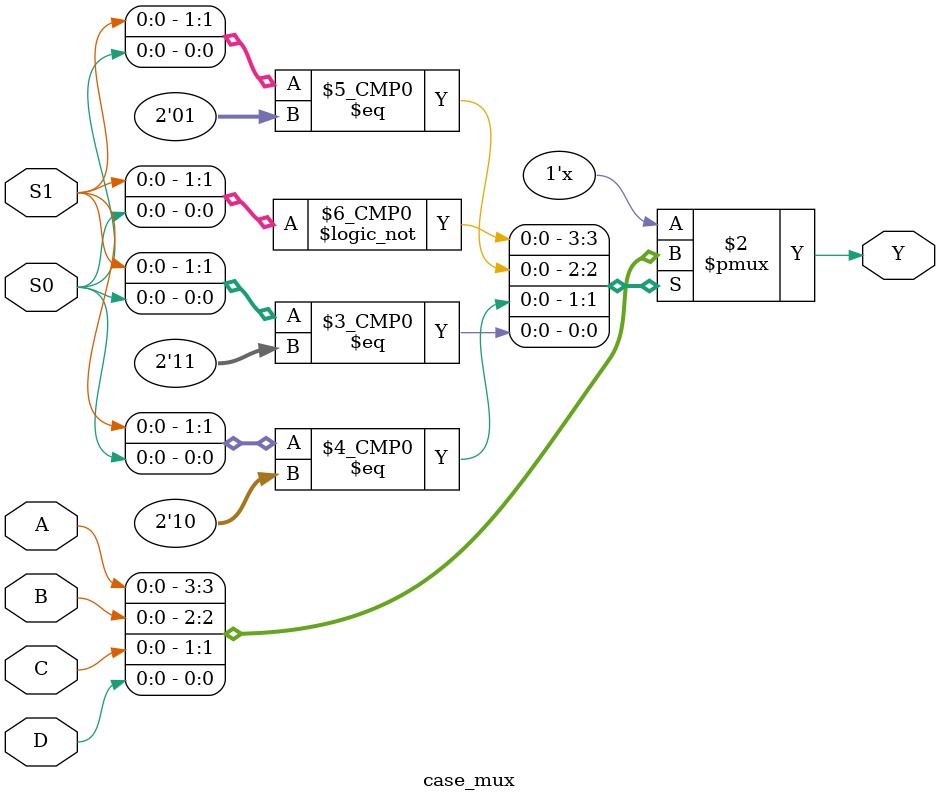
<source format=v>
`timescale 1ns / 1ps


module case_mux(
    S1,S0,A,B,C,D,Y
    );
    input S1,S0,A,B,C,D;
    output reg Y;
    
    always@(A,B,C,D,S1,S0)
        begin
            case({S1,S0})
                2'b00: Y = A;
                2'b01: Y = B;
                2'b10: Y = C;
                2'b11: Y = D;
            endcase
        end
endmodule

</source>
